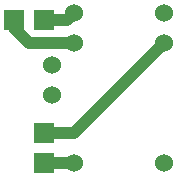
<source format=gtl>
G04 #@! TF.GenerationSoftware,KiCad,Pcbnew,(5.1.6)-1*
G04 #@! TF.CreationDate,2020-05-31T11:59:59+09:00*
G04 #@! TF.ProjectId,NOT,4e4f542e-6b69-4636-9164-5f7063625858,rev?*
G04 #@! TF.SameCoordinates,Original*
G04 #@! TF.FileFunction,Copper,L1,Top*
G04 #@! TF.FilePolarity,Positive*
%FSLAX46Y46*%
G04 Gerber Fmt 4.6, Leading zero omitted, Abs format (unit mm)*
G04 Created by KiCad (PCBNEW (5.1.6)-1) date 2020-05-31 11:59:59*
%MOMM*%
%LPD*%
G01*
G04 APERTURE LIST*
G04 #@! TA.AperFunction,ComponentPad*
%ADD10C,1.524000*%
G04 #@! TD*
G04 #@! TA.AperFunction,ComponentPad*
%ADD11R,1.700000X1.700000*%
G04 #@! TD*
G04 #@! TA.AperFunction,Conductor*
%ADD12C,1.000000*%
G04 #@! TD*
G04 APERTURE END LIST*
D10*
X130175000Y-78105000D03*
X130175000Y-80645000D03*
D11*
X129540000Y-83820000D03*
X129540000Y-86360000D03*
X127000000Y-74260000D03*
X129540000Y-74260000D03*
D10*
X132080000Y-73660000D03*
X139700000Y-73660000D03*
X139700000Y-76200000D03*
X132080000Y-76200000D03*
X132080000Y-86360000D03*
X139700000Y-86360000D03*
D12*
X127000000Y-74260000D02*
X127000000Y-74930000D01*
X128270000Y-76200000D02*
X132080000Y-76200000D01*
X127000000Y-74930000D02*
X128270000Y-76200000D01*
X131480000Y-74260000D02*
X132080000Y-73660000D01*
X129540000Y-74260000D02*
X131480000Y-74260000D01*
X129540000Y-86360000D02*
X132080000Y-86360000D01*
X132080000Y-83820000D02*
X139700000Y-76200000D01*
X129540000Y-83820000D02*
X132080000Y-83820000D01*
M02*

</source>
